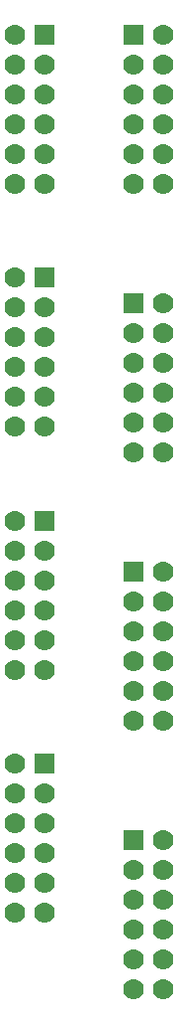
<source format=gts>
G04 #@! TF.FileFunction,Soldermask,Top*
%FSLAX46Y46*%
G04 Gerber Fmt 4.6, Leading zero omitted, Abs format (unit mm)*
G04 Created by KiCad (PCBNEW 4.0.4+e1-6308~48~ubuntu14.04.1-stable) date Sun Nov 27 15:18:37 2016*
%MOMM*%
%LPD*%
G01*
G04 APERTURE LIST*
%ADD10C,0.350000*%
%ADD11R,1.778000X1.778000*%
%ADD12C,1.778000*%
G04 APERTURE END LIST*
D10*
D11*
X49530000Y-24130000D03*
D12*
X52070000Y-24130000D03*
X49530000Y-26670000D03*
X52070000Y-26670000D03*
X49530000Y-29210000D03*
X52070000Y-29210000D03*
X49530000Y-31750000D03*
X52070000Y-31750000D03*
X49530000Y-34290000D03*
X52070000Y-34290000D03*
X49530000Y-36830000D03*
X52070000Y-36830000D03*
D11*
X49530000Y-92710000D03*
D12*
X52070000Y-92710000D03*
X49530000Y-95250000D03*
X52070000Y-95250000D03*
X49530000Y-97790000D03*
X52070000Y-97790000D03*
X49530000Y-100330000D03*
X52070000Y-100330000D03*
X49530000Y-102870000D03*
X52070000Y-102870000D03*
X49530000Y-105410000D03*
X52070000Y-105410000D03*
D11*
X49530000Y-46990000D03*
D12*
X52070000Y-46990000D03*
X49530000Y-49530000D03*
X52070000Y-49530000D03*
X49530000Y-52070000D03*
X52070000Y-52070000D03*
X49530000Y-54610000D03*
X52070000Y-54610000D03*
X49530000Y-57150000D03*
X52070000Y-57150000D03*
X49530000Y-59690000D03*
X52070000Y-59690000D03*
D11*
X49530000Y-69850000D03*
D12*
X52070000Y-69850000D03*
X49530000Y-72390000D03*
X52070000Y-72390000D03*
X49530000Y-74930000D03*
X52070000Y-74930000D03*
X49530000Y-77470000D03*
X52070000Y-77470000D03*
X49530000Y-80010000D03*
X52070000Y-80010000D03*
X49530000Y-82550000D03*
X52070000Y-82550000D03*
D11*
X41910000Y-24130000D03*
D12*
X39370000Y-24130000D03*
X41910000Y-26670000D03*
X39370000Y-26670000D03*
X41910000Y-29210000D03*
X39370000Y-29210000D03*
X41910000Y-31750000D03*
X39370000Y-31750000D03*
X41910000Y-34290000D03*
X39370000Y-34290000D03*
X41910000Y-36830000D03*
X39370000Y-36830000D03*
D11*
X41910000Y-44818300D03*
D12*
X39370000Y-44818300D03*
X41910000Y-47358300D03*
X39370000Y-47358300D03*
X41910000Y-49898300D03*
X39370000Y-49898300D03*
X41910000Y-52438300D03*
X39370000Y-52438300D03*
X41910000Y-54978300D03*
X39370000Y-54978300D03*
X41910000Y-57518300D03*
X39370000Y-57518300D03*
D11*
X41910000Y-65506600D03*
D12*
X39370000Y-65506600D03*
X41910000Y-68046600D03*
X39370000Y-68046600D03*
X41910000Y-70586600D03*
X39370000Y-70586600D03*
X41910000Y-73126600D03*
X39370000Y-73126600D03*
X41910000Y-75666600D03*
X39370000Y-75666600D03*
X41910000Y-78206600D03*
X39370000Y-78206600D03*
D11*
X41910000Y-86194900D03*
D12*
X39370000Y-86194900D03*
X41910000Y-88734900D03*
X39370000Y-88734900D03*
X41910000Y-91274900D03*
X39370000Y-91274900D03*
X41910000Y-93814900D03*
X39370000Y-93814900D03*
X41910000Y-96354900D03*
X39370000Y-96354900D03*
X41910000Y-98894900D03*
X39370000Y-98894900D03*
M02*

</source>
